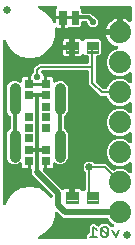
<source format=gbl>
G04 EAGLE Gerber RS-274X export*
G75*
%MOMM*%
%FSLAX34Y34*%
%LPD*%
%INBottom Copper*%
%IPPOS*%
%AMOC8*
5,1,8,0,0,1.08239X$1,22.5*%
G01*
%ADD10C,0.203200*%
%ADD11C,0.635000*%
%ADD12C,0.100000*%
%ADD13C,0.099059*%
%ADD14C,1.879600*%
%ADD15C,0.654000*%
%ADD16R,0.754000X0.754000*%
%ADD17C,0.900000*%
%ADD18C,0.558800*%
%ADD19C,0.304800*%
%ADD20C,0.330200*%
%ADD21C,0.508000*%

G36*
X4081Y31615D02*
X4081Y31615D01*
X4178Y31611D01*
X4239Y31624D01*
X4301Y31628D01*
X4393Y31658D01*
X4489Y31679D01*
X4544Y31707D01*
X4603Y31726D01*
X4686Y31778D01*
X4773Y31822D01*
X4819Y31863D01*
X4872Y31896D01*
X4939Y31967D01*
X5012Y32031D01*
X5047Y32083D01*
X5090Y32128D01*
X5137Y32213D01*
X5192Y32294D01*
X5234Y32389D01*
X5244Y32407D01*
X5246Y32417D01*
X5257Y32441D01*
X6637Y36233D01*
X11473Y41997D01*
X17990Y45759D01*
X25400Y47066D01*
X32810Y45759D01*
X39327Y41997D01*
X42423Y38307D01*
X42449Y38283D01*
X42469Y38254D01*
X42565Y38175D01*
X42656Y38091D01*
X42687Y38074D01*
X42714Y38052D01*
X42827Y37999D01*
X42936Y37940D01*
X42970Y37931D01*
X43002Y37916D01*
X43124Y37893D01*
X43244Y37863D01*
X43280Y37863D01*
X43315Y37856D01*
X43438Y37864D01*
X43562Y37865D01*
X43597Y37874D01*
X43632Y37876D01*
X43750Y37914D01*
X43870Y37946D01*
X43901Y37963D01*
X43934Y37974D01*
X44039Y38040D01*
X44148Y38101D01*
X44173Y38125D01*
X44203Y38144D01*
X44288Y38235D01*
X44378Y38320D01*
X44397Y38350D01*
X44421Y38376D01*
X44481Y38484D01*
X44547Y38590D01*
X44558Y38623D01*
X44575Y38654D01*
X44606Y38774D01*
X44643Y38893D01*
X44645Y38928D01*
X44654Y38962D01*
X44664Y39123D01*
X44664Y39763D01*
X44652Y39861D01*
X44649Y39960D01*
X44632Y40018D01*
X44624Y40079D01*
X44588Y40171D01*
X44560Y40266D01*
X44530Y40318D01*
X44507Y40374D01*
X44449Y40454D01*
X44399Y40540D01*
X44333Y40615D01*
X44321Y40632D01*
X44311Y40639D01*
X44293Y40660D01*
X27431Y57522D01*
X27431Y61520D01*
X27416Y61638D01*
X27409Y61757D01*
X27396Y61795D01*
X27391Y61836D01*
X27348Y61946D01*
X27311Y62059D01*
X27289Y62094D01*
X27274Y62131D01*
X27205Y62227D01*
X27141Y62328D01*
X27111Y62356D01*
X27088Y62389D01*
X26996Y62465D01*
X26909Y62546D01*
X26874Y62566D01*
X26843Y62591D01*
X26735Y62642D01*
X26631Y62700D01*
X26591Y62710D01*
X26555Y62727D01*
X26438Y62749D01*
X26323Y62779D01*
X26263Y62783D01*
X26243Y62787D01*
X26222Y62785D01*
X26162Y62789D01*
X26019Y62789D01*
X26019Y69100D01*
X26004Y69218D01*
X25997Y69337D01*
X25985Y69375D01*
X25980Y69415D01*
X25936Y69526D01*
X25899Y69639D01*
X25877Y69673D01*
X25863Y69711D01*
X25793Y69807D01*
X25729Y69908D01*
X25699Y69936D01*
X25676Y69968D01*
X25584Y70044D01*
X25497Y70126D01*
X25462Y70145D01*
X25431Y70171D01*
X25323Y70222D01*
X25219Y70279D01*
X25180Y70289D01*
X25143Y70307D01*
X25026Y70329D01*
X24911Y70359D01*
X24851Y70363D01*
X24831Y70366D01*
X24830Y70366D01*
X24810Y70365D01*
X24750Y70369D01*
X24632Y70354D01*
X24513Y70347D01*
X24474Y70334D01*
X24434Y70329D01*
X24324Y70285D01*
X24210Y70249D01*
X24176Y70227D01*
X24139Y70212D01*
X24042Y70142D01*
X23942Y70078D01*
X23914Y70049D01*
X23881Y70025D01*
X23805Y69933D01*
X23724Y69847D01*
X23704Y69811D01*
X23678Y69780D01*
X23628Y69673D01*
X23570Y69568D01*
X23560Y69529D01*
X23543Y69493D01*
X23521Y69376D01*
X23491Y69260D01*
X23487Y69200D01*
X23483Y69180D01*
X23484Y69160D01*
X23481Y69100D01*
X23481Y62789D01*
X20646Y62789D01*
X19999Y62962D01*
X19420Y63297D01*
X18947Y63770D01*
X18612Y64349D01*
X18439Y64996D01*
X18439Y66646D01*
X18422Y66783D01*
X18409Y66922D01*
X18402Y66941D01*
X18399Y66961D01*
X18348Y67091D01*
X18301Y67221D01*
X18290Y67238D01*
X18282Y67257D01*
X18201Y67369D01*
X18123Y67484D01*
X18107Y67498D01*
X18096Y67514D01*
X17989Y67603D01*
X17884Y67695D01*
X17866Y67704D01*
X17851Y67717D01*
X17725Y67776D01*
X17601Y67839D01*
X17581Y67844D01*
X17563Y67852D01*
X17427Y67879D01*
X17291Y67909D01*
X17270Y67908D01*
X17251Y67912D01*
X17112Y67904D01*
X16973Y67899D01*
X16953Y67894D01*
X16933Y67893D01*
X16801Y67850D01*
X16667Y67811D01*
X16650Y67801D01*
X16631Y67794D01*
X16513Y67720D01*
X16393Y67649D01*
X16372Y67631D01*
X16362Y67624D01*
X16348Y67609D01*
X16272Y67543D01*
X16007Y67277D01*
X13699Y66321D01*
X11201Y66321D01*
X8893Y67277D01*
X7127Y69043D01*
X6171Y71351D01*
X6171Y91849D01*
X7127Y94157D01*
X8776Y95805D01*
X8836Y95883D01*
X8904Y95955D01*
X8933Y96008D01*
X8970Y96056D01*
X9010Y96147D01*
X9058Y96234D01*
X9073Y96292D01*
X9097Y96348D01*
X9112Y96446D01*
X9137Y96542D01*
X9142Y96627D01*
X9145Y96639D01*
X9144Y96647D01*
X9147Y96662D01*
X9145Y96674D01*
X9147Y96702D01*
X9147Y106498D01*
X9135Y106596D01*
X9132Y106695D01*
X9115Y106753D01*
X9107Y106813D01*
X9071Y106905D01*
X9043Y107000D01*
X9013Y107052D01*
X8990Y107109D01*
X8932Y107189D01*
X8882Y107274D01*
X8816Y107350D01*
X8804Y107366D01*
X8794Y107374D01*
X8776Y107395D01*
X7127Y109043D01*
X6171Y111351D01*
X6171Y131849D01*
X7127Y134157D01*
X8893Y135923D01*
X11201Y136879D01*
X13699Y136879D01*
X16007Y135923D01*
X16273Y135657D01*
X16382Y135572D01*
X16489Y135483D01*
X16508Y135474D01*
X16524Y135462D01*
X16652Y135407D01*
X16777Y135348D01*
X16797Y135344D01*
X16816Y135336D01*
X16954Y135314D01*
X17090Y135288D01*
X17110Y135289D01*
X17130Y135286D01*
X17269Y135299D01*
X17407Y135308D01*
X17426Y135314D01*
X17446Y135316D01*
X17578Y135363D01*
X17709Y135406D01*
X17727Y135416D01*
X17746Y135423D01*
X17861Y135501D01*
X17978Y135576D01*
X17992Y135590D01*
X18009Y135602D01*
X18101Y135706D01*
X18196Y135807D01*
X18206Y135825D01*
X18219Y135840D01*
X18283Y135964D01*
X18350Y136086D01*
X18355Y136105D01*
X18364Y136123D01*
X18394Y136259D01*
X18429Y136394D01*
X18431Y136422D01*
X18434Y136434D01*
X18433Y136454D01*
X18439Y136554D01*
X18439Y138204D01*
X18612Y138851D01*
X18947Y139430D01*
X19420Y139903D01*
X19999Y140238D01*
X20646Y140411D01*
X23481Y140411D01*
X23481Y134100D01*
X23496Y133982D01*
X23503Y133863D01*
X23515Y133825D01*
X23520Y133785D01*
X23564Y133674D01*
X23601Y133561D01*
X23623Y133527D01*
X23637Y133489D01*
X23707Y133393D01*
X23771Y133292D01*
X23772Y133292D01*
X23801Y133264D01*
X23824Y133232D01*
X23825Y133231D01*
X23917Y133155D01*
X24003Y133074D01*
X24039Y133054D01*
X24070Y133028D01*
X24177Y132978D01*
X24282Y132920D01*
X24321Y132910D01*
X24357Y132893D01*
X24474Y132871D01*
X24590Y132841D01*
X24650Y132837D01*
X24670Y132833D01*
X24690Y132834D01*
X24750Y132831D01*
X38750Y132831D01*
X38868Y132846D01*
X38987Y132853D01*
X39025Y132865D01*
X39065Y132870D01*
X39176Y132914D01*
X39289Y132951D01*
X39323Y132973D01*
X39361Y132987D01*
X39457Y133057D01*
X39558Y133121D01*
X39558Y133122D01*
X39586Y133151D01*
X39618Y133174D01*
X39619Y133175D01*
X39695Y133267D01*
X39776Y133353D01*
X39796Y133389D01*
X39822Y133420D01*
X39872Y133527D01*
X39930Y133632D01*
X39940Y133671D01*
X39957Y133707D01*
X39979Y133824D01*
X40009Y133940D01*
X40013Y134000D01*
X40017Y134020D01*
X40016Y134040D01*
X40019Y134100D01*
X40019Y140411D01*
X42854Y140411D01*
X43501Y140238D01*
X44080Y139903D01*
X44553Y139430D01*
X44888Y138851D01*
X45061Y138204D01*
X45061Y136554D01*
X45078Y136417D01*
X45091Y136278D01*
X45098Y136259D01*
X45101Y136239D01*
X45152Y136109D01*
X45199Y135979D01*
X45210Y135962D01*
X45218Y135943D01*
X45299Y135831D01*
X45377Y135716D01*
X45393Y135702D01*
X45404Y135686D01*
X45511Y135597D01*
X45616Y135505D01*
X45634Y135496D01*
X45649Y135483D01*
X45775Y135424D01*
X45899Y135361D01*
X45919Y135356D01*
X45937Y135348D01*
X46073Y135321D01*
X46209Y135291D01*
X46230Y135292D01*
X46249Y135288D01*
X46388Y135296D01*
X46527Y135301D01*
X46547Y135306D01*
X46567Y135307D01*
X46699Y135350D01*
X46833Y135389D01*
X46850Y135399D01*
X46869Y135406D01*
X46987Y135480D01*
X47107Y135551D01*
X47128Y135569D01*
X47138Y135576D01*
X47152Y135591D01*
X47228Y135657D01*
X47493Y135923D01*
X49801Y136879D01*
X52299Y136879D01*
X54607Y135923D01*
X56373Y134157D01*
X57329Y131849D01*
X57329Y111351D01*
X56373Y109043D01*
X54724Y107395D01*
X54664Y107317D01*
X54596Y107245D01*
X54567Y107192D01*
X54530Y107144D01*
X54490Y107053D01*
X54442Y106966D01*
X54427Y106908D01*
X54403Y106852D01*
X54388Y106754D01*
X54363Y106658D01*
X54357Y106558D01*
X54353Y106538D01*
X54355Y106526D01*
X54353Y106498D01*
X54353Y96702D01*
X54365Y96604D01*
X54368Y96505D01*
X54385Y96447D01*
X54393Y96387D01*
X54429Y96295D01*
X54457Y96200D01*
X54487Y96148D01*
X54510Y96091D01*
X54568Y96011D01*
X54618Y95926D01*
X54684Y95850D01*
X54696Y95834D01*
X54706Y95826D01*
X54724Y95805D01*
X56373Y94157D01*
X57329Y91849D01*
X57329Y71351D01*
X56373Y69043D01*
X54607Y67277D01*
X52299Y66321D01*
X49801Y66321D01*
X47493Y67277D01*
X47228Y67543D01*
X47118Y67628D01*
X47011Y67717D01*
X46992Y67726D01*
X46976Y67738D01*
X46849Y67793D01*
X46723Y67852D01*
X46703Y67856D01*
X46684Y67864D01*
X46547Y67886D01*
X46410Y67912D01*
X46390Y67911D01*
X46370Y67914D01*
X46231Y67901D01*
X46093Y67893D01*
X46074Y67886D01*
X46054Y67884D01*
X45922Y67837D01*
X45791Y67794D01*
X45774Y67784D01*
X45754Y67777D01*
X45639Y67699D01*
X45522Y67624D01*
X45508Y67610D01*
X45491Y67598D01*
X45399Y67494D01*
X45304Y67393D01*
X45294Y67375D01*
X45281Y67360D01*
X45217Y67236D01*
X45150Y67114D01*
X45145Y67095D01*
X45136Y67077D01*
X45106Y66941D01*
X45071Y66806D01*
X45069Y66778D01*
X45066Y66766D01*
X45067Y66746D01*
X45061Y66646D01*
X45061Y64996D01*
X44888Y64349D01*
X44553Y63770D01*
X44080Y63297D01*
X43501Y62962D01*
X42854Y62789D01*
X40019Y62789D01*
X40019Y69100D01*
X40004Y69218D01*
X39997Y69337D01*
X39985Y69375D01*
X39980Y69415D01*
X39936Y69526D01*
X39899Y69639D01*
X39877Y69673D01*
X39863Y69711D01*
X39793Y69807D01*
X39729Y69908D01*
X39699Y69936D01*
X39676Y69968D01*
X39584Y70044D01*
X39497Y70126D01*
X39462Y70145D01*
X39431Y70171D01*
X39323Y70222D01*
X39219Y70279D01*
X39180Y70289D01*
X39143Y70307D01*
X39026Y70329D01*
X38911Y70359D01*
X38851Y70363D01*
X38831Y70366D01*
X38830Y70366D01*
X38810Y70365D01*
X38750Y70369D01*
X38632Y70354D01*
X38513Y70347D01*
X38474Y70334D01*
X38434Y70329D01*
X38324Y70285D01*
X38210Y70249D01*
X38176Y70227D01*
X38139Y70212D01*
X38042Y70142D01*
X37942Y70078D01*
X37914Y70049D01*
X37881Y70025D01*
X37805Y69933D01*
X37724Y69847D01*
X37704Y69811D01*
X37678Y69780D01*
X37628Y69673D01*
X37570Y69568D01*
X37560Y69529D01*
X37543Y69493D01*
X37521Y69376D01*
X37491Y69260D01*
X37487Y69200D01*
X37483Y69180D01*
X37484Y69160D01*
X37481Y69100D01*
X37481Y62789D01*
X37443Y62789D01*
X37306Y62772D01*
X37167Y62759D01*
X37148Y62752D01*
X37128Y62749D01*
X36999Y62698D01*
X36868Y62651D01*
X36851Y62640D01*
X36832Y62632D01*
X36720Y62551D01*
X36604Y62473D01*
X36591Y62457D01*
X36575Y62446D01*
X36486Y62338D01*
X36394Y62234D01*
X36385Y62216D01*
X36372Y62201D01*
X36313Y62075D01*
X36249Y61951D01*
X36245Y61931D01*
X36236Y61913D01*
X36210Y61777D01*
X36180Y61641D01*
X36180Y61620D01*
X36177Y61601D01*
X36185Y61462D01*
X36189Y61323D01*
X36195Y61303D01*
X36196Y61283D01*
X36239Y61151D01*
X36278Y61017D01*
X36288Y61000D01*
X36294Y60981D01*
X36369Y60863D01*
X36439Y60743D01*
X36458Y60722D01*
X36464Y60712D01*
X36479Y60698D01*
X36546Y60623D01*
X50400Y46768D01*
X52411Y44757D01*
X52506Y44684D01*
X52595Y44605D01*
X52631Y44587D01*
X52663Y44562D01*
X52772Y44514D01*
X52878Y44460D01*
X52917Y44452D01*
X52955Y44435D01*
X53072Y44417D01*
X53188Y44391D01*
X53229Y44392D01*
X53269Y44386D01*
X53387Y44397D01*
X53506Y44400D01*
X53545Y44412D01*
X53585Y44415D01*
X53698Y44456D01*
X53812Y44489D01*
X53846Y44509D01*
X53885Y44523D01*
X53983Y44590D01*
X54086Y44650D01*
X54131Y44690D01*
X54148Y44702D01*
X54161Y44717D01*
X54206Y44757D01*
X54483Y45033D01*
X55176Y45434D01*
X55950Y45641D01*
X58851Y45641D01*
X58851Y39330D01*
X58866Y39212D01*
X58873Y39093D01*
X58885Y39055D01*
X58891Y39015D01*
X58934Y38904D01*
X58971Y38791D01*
X58993Y38757D01*
X59008Y38719D01*
X59077Y38623D01*
X59141Y38522D01*
X59171Y38494D01*
X59194Y38462D01*
X59286Y38386D01*
X59373Y38304D01*
X59408Y38285D01*
X59439Y38259D01*
X59547Y38208D01*
X59651Y38151D01*
X59691Y38141D01*
X59727Y38123D01*
X59844Y38101D01*
X59959Y38071D01*
X60019Y38067D01*
X60039Y38064D01*
X60060Y38065D01*
X60120Y38061D01*
X62580Y38061D01*
X62698Y38076D01*
X62817Y38083D01*
X62855Y38096D01*
X62896Y38101D01*
X63006Y38145D01*
X63119Y38181D01*
X63154Y38203D01*
X63191Y38218D01*
X63287Y38288D01*
X63388Y38351D01*
X63416Y38381D01*
X63449Y38405D01*
X63525Y38496D01*
X63606Y38583D01*
X63626Y38618D01*
X63651Y38650D01*
X63702Y38757D01*
X63760Y38862D01*
X63770Y38901D01*
X63787Y38937D01*
X63809Y39054D01*
X63839Y39170D01*
X63843Y39230D01*
X63847Y39250D01*
X63845Y39270D01*
X63849Y39330D01*
X63849Y45641D01*
X66750Y45641D01*
X67524Y45434D01*
X68217Y45033D01*
X68783Y44467D01*
X69132Y43864D01*
X69208Y43764D01*
X69278Y43660D01*
X69303Y43637D01*
X69324Y43610D01*
X69422Y43532D01*
X69517Y43449D01*
X69547Y43434D01*
X69573Y43413D01*
X69688Y43362D01*
X69800Y43304D01*
X69833Y43297D01*
X69863Y43283D01*
X69988Y43262D01*
X70110Y43235D01*
X70144Y43236D01*
X70177Y43230D01*
X70302Y43241D01*
X70428Y43244D01*
X70460Y43254D01*
X70494Y43257D01*
X70613Y43298D01*
X70733Y43333D01*
X70763Y43350D01*
X70794Y43361D01*
X70899Y43431D01*
X71007Y43494D01*
X71044Y43527D01*
X71059Y43537D01*
X71074Y43553D01*
X71128Y43601D01*
X72644Y45116D01*
X72704Y45194D01*
X72772Y45267D01*
X72801Y45320D01*
X72838Y45367D01*
X72878Y45458D01*
X72926Y45545D01*
X72941Y45604D01*
X72965Y45659D01*
X72980Y45757D01*
X73005Y45853D01*
X73011Y45953D01*
X73015Y45973D01*
X73013Y45986D01*
X73015Y46014D01*
X73015Y58763D01*
X73003Y58862D01*
X73000Y58961D01*
X72983Y59019D01*
X72975Y59079D01*
X72939Y59171D01*
X72911Y59266D01*
X72881Y59318D01*
X72858Y59375D01*
X72800Y59455D01*
X72750Y59540D01*
X72684Y59615D01*
X72672Y59632D01*
X72662Y59640D01*
X72644Y59661D01*
X71610Y60694D01*
X70856Y62515D01*
X70856Y64485D01*
X71610Y66306D01*
X73004Y67700D01*
X74825Y68454D01*
X76795Y68454D01*
X78616Y67700D01*
X79649Y66667D01*
X79727Y66606D01*
X79800Y66538D01*
X79853Y66509D01*
X79900Y66472D01*
X79991Y66432D01*
X80078Y66384D01*
X80137Y66369D01*
X80192Y66345D01*
X80290Y66330D01*
X80386Y66305D01*
X80486Y66299D01*
X80506Y66295D01*
X80519Y66297D01*
X80547Y66295D01*
X90058Y66295D01*
X92066Y64286D01*
X95241Y61112D01*
X95264Y61093D01*
X95283Y61071D01*
X95389Y60996D01*
X95492Y60917D01*
X95519Y60905D01*
X95543Y60888D01*
X95665Y60842D01*
X95784Y60790D01*
X95813Y60786D01*
X95841Y60775D01*
X95970Y60761D01*
X96098Y60740D01*
X96127Y60743D01*
X96157Y60740D01*
X96285Y60758D01*
X96415Y60770D01*
X96442Y60780D01*
X96472Y60784D01*
X96624Y60836D01*
X99377Y61977D01*
X103823Y61977D01*
X107931Y60275D01*
X109339Y58868D01*
X109448Y58782D01*
X109555Y58694D01*
X109574Y58685D01*
X109590Y58673D01*
X109718Y58617D01*
X109843Y58558D01*
X109863Y58555D01*
X109882Y58546D01*
X110020Y58525D01*
X110156Y58499D01*
X110176Y58500D01*
X110196Y58497D01*
X110335Y58510D01*
X110473Y58518D01*
X110492Y58525D01*
X110512Y58526D01*
X110644Y58574D01*
X110775Y58616D01*
X110793Y58627D01*
X110812Y58634D01*
X110927Y58712D01*
X111044Y58786D01*
X111058Y58801D01*
X111075Y58813D01*
X111167Y58917D01*
X111262Y59018D01*
X111272Y59036D01*
X111285Y59051D01*
X111349Y59175D01*
X111416Y59297D01*
X111421Y59316D01*
X111430Y59334D01*
X111460Y59470D01*
X111495Y59605D01*
X111497Y59633D01*
X111500Y59645D01*
X111499Y59665D01*
X111505Y59765D01*
X111505Y67235D01*
X111488Y67373D01*
X111475Y67511D01*
X111468Y67530D01*
X111465Y67550D01*
X111414Y67680D01*
X111367Y67810D01*
X111356Y67827D01*
X111348Y67846D01*
X111267Y67958D01*
X111189Y68074D01*
X111173Y68087D01*
X111162Y68103D01*
X111054Y68192D01*
X110950Y68284D01*
X110932Y68293D01*
X110917Y68306D01*
X110791Y68365D01*
X110667Y68429D01*
X110647Y68433D01*
X110629Y68442D01*
X110492Y68468D01*
X110357Y68498D01*
X110336Y68498D01*
X110317Y68501D01*
X110178Y68493D01*
X110039Y68489D01*
X110019Y68483D01*
X109999Y68482D01*
X109867Y68439D01*
X109733Y68400D01*
X109716Y68390D01*
X109697Y68384D01*
X109579Y68309D01*
X109459Y68239D01*
X109438Y68220D01*
X109428Y68214D01*
X109414Y68199D01*
X109339Y68132D01*
X107931Y66725D01*
X103823Y65023D01*
X99377Y65023D01*
X95269Y66725D01*
X92125Y69869D01*
X90423Y73977D01*
X90423Y78423D01*
X92125Y82531D01*
X95269Y85675D01*
X99377Y87377D01*
X103823Y87377D01*
X107931Y85675D01*
X109339Y84268D01*
X109448Y84182D01*
X109555Y84094D01*
X109574Y84085D01*
X109590Y84073D01*
X109718Y84017D01*
X109843Y83958D01*
X109863Y83955D01*
X109882Y83946D01*
X110020Y83925D01*
X110156Y83899D01*
X110176Y83900D01*
X110196Y83897D01*
X110335Y83910D01*
X110473Y83918D01*
X110492Y83925D01*
X110512Y83926D01*
X110644Y83974D01*
X110775Y84016D01*
X110793Y84027D01*
X110812Y84034D01*
X110927Y84112D01*
X111044Y84186D01*
X111058Y84201D01*
X111075Y84213D01*
X111167Y84317D01*
X111262Y84418D01*
X111272Y84436D01*
X111285Y84451D01*
X111349Y84575D01*
X111416Y84697D01*
X111421Y84716D01*
X111430Y84734D01*
X111460Y84870D01*
X111495Y85005D01*
X111497Y85033D01*
X111500Y85045D01*
X111499Y85065D01*
X111505Y85165D01*
X111505Y92635D01*
X111488Y92773D01*
X111475Y92911D01*
X111468Y92930D01*
X111465Y92950D01*
X111414Y93080D01*
X111367Y93210D01*
X111356Y93227D01*
X111348Y93246D01*
X111267Y93358D01*
X111189Y93474D01*
X111173Y93487D01*
X111162Y93503D01*
X111054Y93592D01*
X110950Y93684D01*
X110932Y93693D01*
X110917Y93706D01*
X110791Y93765D01*
X110667Y93829D01*
X110647Y93833D01*
X110629Y93842D01*
X110492Y93868D01*
X110357Y93898D01*
X110336Y93898D01*
X110317Y93901D01*
X110178Y93893D01*
X110039Y93889D01*
X110019Y93883D01*
X109999Y93882D01*
X109867Y93839D01*
X109733Y93800D01*
X109716Y93790D01*
X109697Y93784D01*
X109579Y93709D01*
X109459Y93639D01*
X109438Y93620D01*
X109428Y93614D01*
X109414Y93599D01*
X109339Y93532D01*
X107931Y92125D01*
X103823Y90423D01*
X99377Y90423D01*
X95269Y92125D01*
X92125Y95269D01*
X90423Y99377D01*
X90423Y103823D01*
X92125Y107931D01*
X95269Y111075D01*
X99377Y112777D01*
X103823Y112777D01*
X107931Y111075D01*
X109339Y109668D01*
X109448Y109582D01*
X109555Y109494D01*
X109574Y109485D01*
X109590Y109473D01*
X109718Y109417D01*
X109843Y109358D01*
X109863Y109355D01*
X109882Y109346D01*
X110020Y109325D01*
X110156Y109299D01*
X110176Y109300D01*
X110196Y109297D01*
X110335Y109310D01*
X110473Y109318D01*
X110492Y109325D01*
X110512Y109326D01*
X110644Y109374D01*
X110775Y109416D01*
X110793Y109427D01*
X110812Y109434D01*
X110927Y109512D01*
X111044Y109586D01*
X111058Y109601D01*
X111075Y109613D01*
X111167Y109717D01*
X111262Y109818D01*
X111272Y109836D01*
X111285Y109851D01*
X111349Y109975D01*
X111416Y110097D01*
X111421Y110116D01*
X111430Y110134D01*
X111460Y110270D01*
X111495Y110405D01*
X111497Y110433D01*
X111500Y110445D01*
X111499Y110465D01*
X111505Y110565D01*
X111505Y118035D01*
X111488Y118173D01*
X111475Y118311D01*
X111468Y118330D01*
X111465Y118350D01*
X111414Y118480D01*
X111367Y118610D01*
X111356Y118627D01*
X111348Y118646D01*
X111267Y118758D01*
X111189Y118874D01*
X111173Y118887D01*
X111162Y118903D01*
X111054Y118992D01*
X110950Y119084D01*
X110932Y119093D01*
X110917Y119106D01*
X110791Y119165D01*
X110667Y119229D01*
X110647Y119233D01*
X110629Y119242D01*
X110492Y119268D01*
X110357Y119298D01*
X110336Y119298D01*
X110317Y119301D01*
X110178Y119293D01*
X110039Y119289D01*
X110019Y119283D01*
X109999Y119282D01*
X109867Y119239D01*
X109733Y119200D01*
X109716Y119190D01*
X109697Y119184D01*
X109579Y119109D01*
X109459Y119039D01*
X109438Y119020D01*
X109428Y119014D01*
X109414Y118999D01*
X109339Y118932D01*
X107931Y117525D01*
X103823Y115823D01*
X99377Y115823D01*
X95269Y117525D01*
X92125Y120669D01*
X90985Y123422D01*
X90970Y123447D01*
X90961Y123475D01*
X90891Y123585D01*
X90827Y123698D01*
X90806Y123719D01*
X90791Y123744D01*
X90696Y123833D01*
X90606Y123926D01*
X90581Y123942D01*
X90559Y123962D01*
X90445Y124025D01*
X90335Y124093D01*
X90306Y124101D01*
X90281Y124116D01*
X90155Y124148D01*
X90031Y124186D01*
X90001Y124188D01*
X89973Y124195D01*
X89812Y124205D01*
X85202Y124205D01*
X75555Y133852D01*
X75555Y144526D01*
X75540Y144644D01*
X75533Y144763D01*
X75520Y144801D01*
X75515Y144842D01*
X75472Y144952D01*
X75435Y145065D01*
X75413Y145100D01*
X75398Y145137D01*
X75329Y145233D01*
X75265Y145334D01*
X75235Y145362D01*
X75212Y145395D01*
X75120Y145471D01*
X75033Y145552D01*
X74998Y145572D01*
X74967Y145597D01*
X74859Y145648D01*
X74755Y145706D01*
X74715Y145716D01*
X74679Y145733D01*
X74562Y145755D01*
X74447Y145785D01*
X74387Y145789D01*
X74367Y145793D01*
X74346Y145791D01*
X74286Y145795D01*
X35973Y145795D01*
X35875Y145783D01*
X35776Y145780D01*
X35718Y145763D01*
X35658Y145755D01*
X35566Y145719D01*
X35471Y145691D01*
X35418Y145661D01*
X35362Y145638D01*
X35282Y145580D01*
X35197Y145530D01*
X35131Y145472D01*
X35122Y145466D01*
X35117Y145460D01*
X35105Y145452D01*
X35097Y145442D01*
X35076Y145424D01*
X35063Y145411D01*
X34990Y145317D01*
X34911Y145227D01*
X34893Y145191D01*
X34868Y145159D01*
X34821Y145050D01*
X34767Y144944D01*
X34758Y144905D01*
X34742Y144868D01*
X34723Y144750D01*
X34697Y144634D01*
X34698Y144594D01*
X34692Y144554D01*
X34703Y144435D01*
X34707Y144316D01*
X34718Y144277D01*
X34722Y144237D01*
X34762Y144125D01*
X34795Y144010D01*
X34816Y143976D01*
X34829Y143938D01*
X34896Y143839D01*
X34957Y143737D01*
X34996Y143691D01*
X35008Y143674D01*
X35023Y143661D01*
X35063Y143616D01*
X36323Y142356D01*
X36323Y141680D01*
X36338Y141562D01*
X36345Y141443D01*
X36358Y141405D01*
X36363Y141364D01*
X36406Y141254D01*
X36443Y141141D01*
X36465Y141106D01*
X36480Y141069D01*
X36550Y140972D01*
X36613Y140872D01*
X36643Y140844D01*
X36666Y140811D01*
X36758Y140735D01*
X36845Y140654D01*
X36880Y140634D01*
X36911Y140609D01*
X37019Y140558D01*
X37123Y140500D01*
X37163Y140490D01*
X37199Y140473D01*
X37316Y140451D01*
X37431Y140421D01*
X37481Y140418D01*
X37481Y135369D01*
X26019Y135369D01*
X26019Y140425D01*
X26026Y140426D01*
X26145Y140433D01*
X26183Y140445D01*
X26224Y140451D01*
X26334Y140494D01*
X26447Y140531D01*
X26482Y140553D01*
X26519Y140568D01*
X26615Y140637D01*
X26716Y140701D01*
X26744Y140731D01*
X26777Y140754D01*
X26853Y140846D01*
X26934Y140933D01*
X26954Y140968D01*
X26979Y140999D01*
X27030Y141107D01*
X27088Y141211D01*
X27098Y141251D01*
X27115Y141287D01*
X27137Y141404D01*
X27167Y141519D01*
X27171Y141579D01*
X27175Y141599D01*
X27173Y141620D01*
X27177Y141680D01*
X27177Y142356D01*
X28584Y143762D01*
X28644Y143841D01*
X28712Y143913D01*
X28741Y143966D01*
X28778Y144014D01*
X28818Y144105D01*
X28866Y144191D01*
X28881Y144250D01*
X28905Y144305D01*
X28920Y144403D01*
X28945Y144499D01*
X28951Y144599D01*
X28955Y144620D01*
X28953Y144632D01*
X28955Y144660D01*
X28955Y147208D01*
X30964Y149216D01*
X31123Y149376D01*
X31124Y149376D01*
X33132Y151385D01*
X74286Y151385D01*
X74404Y151400D01*
X74523Y151407D01*
X74561Y151420D01*
X74602Y151425D01*
X74712Y151468D01*
X74825Y151505D01*
X74860Y151527D01*
X74897Y151542D01*
X74993Y151611D01*
X75094Y151675D01*
X75122Y151705D01*
X75155Y151728D01*
X75231Y151820D01*
X75312Y151907D01*
X75332Y151942D01*
X75357Y151973D01*
X75408Y152081D01*
X75466Y152185D01*
X75476Y152225D01*
X75493Y152261D01*
X75515Y152378D01*
X75545Y152493D01*
X75549Y152553D01*
X75553Y152573D01*
X75551Y152594D01*
X75555Y152654D01*
X75555Y157052D01*
X75540Y157170D01*
X75533Y157289D01*
X75520Y157327D01*
X75515Y157368D01*
X75472Y157478D01*
X75435Y157591D01*
X75413Y157626D01*
X75398Y157663D01*
X75329Y157759D01*
X75265Y157860D01*
X75235Y157888D01*
X75212Y157921D01*
X75120Y157997D01*
X75033Y158078D01*
X74998Y158098D01*
X74967Y158123D01*
X74859Y158174D01*
X74755Y158232D01*
X74715Y158242D01*
X74679Y158259D01*
X74562Y158281D01*
X74447Y158311D01*
X74387Y158315D01*
X74367Y158319D01*
X74346Y158317D01*
X74286Y158321D01*
X72406Y158321D01*
X71128Y159599D01*
X71029Y159676D01*
X70934Y159758D01*
X70904Y159773D01*
X70877Y159794D01*
X70761Y159844D01*
X70649Y159900D01*
X70616Y159907D01*
X70585Y159920D01*
X70461Y159940D01*
X70338Y159966D01*
X70304Y159965D01*
X70271Y159970D01*
X70146Y159959D01*
X70020Y159953D01*
X69988Y159944D01*
X69954Y159940D01*
X69836Y159898D01*
X69716Y159862D01*
X69687Y159844D01*
X69655Y159833D01*
X69551Y159762D01*
X69443Y159697D01*
X69420Y159673D01*
X69392Y159654D01*
X69309Y159560D01*
X69221Y159470D01*
X69194Y159430D01*
X69181Y159416D01*
X69172Y159396D01*
X69132Y159336D01*
X68783Y158733D01*
X68217Y158167D01*
X67524Y157766D01*
X66750Y157559D01*
X63849Y157559D01*
X63849Y163870D01*
X63834Y163988D01*
X63827Y164107D01*
X63815Y164145D01*
X63809Y164185D01*
X63766Y164296D01*
X63729Y164409D01*
X63707Y164443D01*
X63692Y164481D01*
X63623Y164577D01*
X63559Y164678D01*
X63529Y164706D01*
X63506Y164738D01*
X63414Y164814D01*
X63327Y164896D01*
X63292Y164915D01*
X63261Y164941D01*
X63153Y164992D01*
X63049Y165049D01*
X63009Y165059D01*
X62973Y165077D01*
X62866Y165097D01*
X62896Y165101D01*
X63006Y165145D01*
X63119Y165181D01*
X63154Y165203D01*
X63191Y165218D01*
X63287Y165288D01*
X63388Y165351D01*
X63416Y165381D01*
X63449Y165405D01*
X63525Y165496D01*
X63606Y165583D01*
X63626Y165618D01*
X63651Y165650D01*
X63702Y165757D01*
X63760Y165862D01*
X63770Y165901D01*
X63787Y165937D01*
X63809Y166054D01*
X63839Y166170D01*
X63843Y166230D01*
X63847Y166250D01*
X63845Y166270D01*
X63849Y166330D01*
X63849Y172641D01*
X66750Y172641D01*
X67524Y172434D01*
X68217Y172033D01*
X68783Y171467D01*
X69132Y170864D01*
X69208Y170763D01*
X69278Y170660D01*
X69303Y170637D01*
X69324Y170610D01*
X69422Y170532D01*
X69517Y170449D01*
X69547Y170434D01*
X69573Y170413D01*
X69688Y170362D01*
X69800Y170304D01*
X69833Y170297D01*
X69863Y170283D01*
X69988Y170262D01*
X70110Y170235D01*
X70144Y170236D01*
X70177Y170230D01*
X70302Y170241D01*
X70428Y170244D01*
X70460Y170254D01*
X70494Y170257D01*
X70613Y170298D01*
X70733Y170333D01*
X70763Y170350D01*
X70794Y170361D01*
X70899Y170431D01*
X71007Y170494D01*
X71044Y170527D01*
X71059Y170537D01*
X71074Y170553D01*
X71128Y170601D01*
X72406Y171879D01*
X84294Y171879D01*
X85629Y170544D01*
X85629Y159656D01*
X84294Y158321D01*
X82414Y158321D01*
X82296Y158306D01*
X82177Y158299D01*
X82139Y158286D01*
X82098Y158281D01*
X81988Y158238D01*
X81875Y158201D01*
X81840Y158179D01*
X81803Y158164D01*
X81707Y158095D01*
X81606Y158031D01*
X81578Y158001D01*
X81545Y157978D01*
X81469Y157886D01*
X81388Y157799D01*
X81368Y157764D01*
X81343Y157733D01*
X81292Y157625D01*
X81234Y157521D01*
X81224Y157481D01*
X81207Y157445D01*
X81185Y157328D01*
X81155Y157213D01*
X81151Y157153D01*
X81147Y157133D01*
X81149Y157112D01*
X81145Y157052D01*
X81145Y136693D01*
X81157Y136595D01*
X81160Y136496D01*
X81177Y136438D01*
X81185Y136378D01*
X81221Y136286D01*
X81249Y136191D01*
X81279Y136138D01*
X81302Y136082D01*
X81360Y136002D01*
X81410Y135917D01*
X81476Y135841D01*
X81488Y135825D01*
X81498Y135817D01*
X81516Y135796D01*
X87146Y130166D01*
X87224Y130106D01*
X87296Y130038D01*
X87349Y130009D01*
X87397Y129972D01*
X87488Y129932D01*
X87575Y129884D01*
X87633Y129869D01*
X87689Y129845D01*
X87787Y129830D01*
X87883Y129805D01*
X87983Y129799D01*
X88003Y129795D01*
X88015Y129797D01*
X88043Y129795D01*
X89812Y129795D01*
X89841Y129798D01*
X89871Y129796D01*
X89999Y129818D01*
X90127Y129835D01*
X90155Y129845D01*
X90184Y129850D01*
X90303Y129904D01*
X90423Y129952D01*
X90447Y129969D01*
X90474Y129981D01*
X90575Y130062D01*
X90680Y130138D01*
X90699Y130161D01*
X90722Y130180D01*
X90800Y130283D01*
X90883Y130383D01*
X90896Y130410D01*
X90914Y130434D01*
X90985Y130578D01*
X92125Y133331D01*
X95269Y136475D01*
X99377Y138177D01*
X103823Y138177D01*
X107931Y136475D01*
X109339Y135068D01*
X109448Y134982D01*
X109555Y134894D01*
X109574Y134885D01*
X109590Y134873D01*
X109718Y134817D01*
X109843Y134758D01*
X109863Y134755D01*
X109882Y134746D01*
X110020Y134725D01*
X110156Y134699D01*
X110176Y134700D01*
X110196Y134697D01*
X110335Y134710D01*
X110473Y134718D01*
X110492Y134725D01*
X110512Y134726D01*
X110644Y134774D01*
X110775Y134816D01*
X110793Y134827D01*
X110812Y134834D01*
X110927Y134912D01*
X111044Y134986D01*
X111058Y135001D01*
X111075Y135013D01*
X111167Y135117D01*
X111262Y135218D01*
X111272Y135236D01*
X111285Y135251D01*
X111349Y135375D01*
X111416Y135497D01*
X111421Y135516D01*
X111430Y135534D01*
X111460Y135670D01*
X111495Y135805D01*
X111497Y135833D01*
X111500Y135845D01*
X111499Y135865D01*
X111505Y135965D01*
X111505Y143435D01*
X111488Y143573D01*
X111475Y143711D01*
X111468Y143730D01*
X111465Y143750D01*
X111414Y143880D01*
X111367Y144010D01*
X111356Y144027D01*
X111348Y144046D01*
X111267Y144158D01*
X111189Y144274D01*
X111173Y144287D01*
X111162Y144303D01*
X111054Y144392D01*
X110950Y144484D01*
X110932Y144493D01*
X110917Y144506D01*
X110791Y144565D01*
X110667Y144629D01*
X110647Y144633D01*
X110629Y144642D01*
X110492Y144668D01*
X110357Y144698D01*
X110336Y144698D01*
X110317Y144701D01*
X110178Y144693D01*
X110039Y144689D01*
X110019Y144683D01*
X109999Y144682D01*
X109867Y144639D01*
X109733Y144600D01*
X109716Y144590D01*
X109697Y144584D01*
X109579Y144509D01*
X109459Y144439D01*
X109438Y144420D01*
X109428Y144414D01*
X109414Y144399D01*
X109339Y144332D01*
X107931Y142925D01*
X103823Y141223D01*
X99377Y141223D01*
X95269Y142925D01*
X92125Y146069D01*
X90423Y150177D01*
X90423Y154623D01*
X92125Y158731D01*
X95269Y161875D01*
X99564Y163654D01*
X99676Y163718D01*
X99791Y163777D01*
X99814Y163797D01*
X99840Y163812D01*
X99933Y163902D01*
X100030Y163987D01*
X100047Y164012D01*
X100068Y164033D01*
X100136Y164143D01*
X100209Y164250D01*
X100219Y164278D01*
X100235Y164304D01*
X100273Y164427D01*
X100317Y164549D01*
X100319Y164579D01*
X100328Y164608D01*
X100334Y164737D01*
X100347Y164866D01*
X100342Y164896D01*
X100343Y164926D01*
X100317Y165052D01*
X100297Y165180D01*
X100285Y165208D01*
X100279Y165237D01*
X100222Y165354D01*
X100171Y165472D01*
X100153Y165496D01*
X100139Y165523D01*
X100056Y165621D01*
X99976Y165723D01*
X99953Y165742D01*
X99933Y165765D01*
X99827Y165839D01*
X99725Y165919D01*
X99698Y165931D01*
X99673Y165948D01*
X99552Y165994D01*
X99434Y166045D01*
X99392Y166055D01*
X99376Y166061D01*
X99354Y166063D01*
X99277Y166080D01*
X98804Y166155D01*
X97017Y166736D01*
X95343Y167589D01*
X93822Y168694D01*
X92494Y170022D01*
X91389Y171543D01*
X90536Y173217D01*
X89955Y175004D01*
X89915Y175261D01*
X100330Y175261D01*
X100448Y175276D01*
X100567Y175283D01*
X100605Y175296D01*
X100645Y175301D01*
X100756Y175344D01*
X100869Y175381D01*
X100903Y175403D01*
X100941Y175418D01*
X101037Y175488D01*
X101138Y175551D01*
X101166Y175581D01*
X101198Y175604D01*
X101274Y175696D01*
X101356Y175783D01*
X101375Y175818D01*
X101401Y175849D01*
X101452Y175957D01*
X101509Y176061D01*
X101520Y176101D01*
X101537Y176137D01*
X101559Y176254D01*
X101589Y176369D01*
X101593Y176430D01*
X101597Y176450D01*
X101595Y176470D01*
X101599Y176530D01*
X101599Y177801D01*
X102870Y177801D01*
X102988Y177816D01*
X103107Y177823D01*
X103145Y177836D01*
X103185Y177841D01*
X103296Y177885D01*
X103409Y177921D01*
X103444Y177943D01*
X103481Y177958D01*
X103577Y178028D01*
X103678Y178091D01*
X103706Y178121D01*
X103739Y178145D01*
X103814Y178236D01*
X103896Y178323D01*
X103916Y178358D01*
X103941Y178390D01*
X103992Y178497D01*
X104050Y178602D01*
X104060Y178641D01*
X104077Y178677D01*
X104099Y178794D01*
X104129Y178909D01*
X104133Y178970D01*
X104137Y178990D01*
X104135Y179010D01*
X104139Y179070D01*
X104139Y189485D01*
X104396Y189445D01*
X106183Y188864D01*
X107857Y188011D01*
X109458Y186848D01*
X109474Y186839D01*
X109555Y186771D01*
X109574Y186763D01*
X109589Y186751D01*
X109717Y186695D01*
X109843Y186636D01*
X109863Y186632D01*
X109881Y186624D01*
X110019Y186602D01*
X110156Y186576D01*
X110175Y186577D01*
X110195Y186574D01*
X110334Y186587D01*
X110473Y186596D01*
X110492Y186602D01*
X110512Y186604D01*
X110643Y186651D01*
X110775Y186694D01*
X110792Y186705D01*
X110811Y186711D01*
X110926Y186789D01*
X111044Y186864D01*
X111058Y186879D01*
X111074Y186890D01*
X111166Y186994D01*
X111262Y187096D01*
X111272Y187113D01*
X111285Y187128D01*
X111348Y187252D01*
X111416Y187374D01*
X111421Y187394D01*
X111430Y187411D01*
X111460Y187547D01*
X111495Y187682D01*
X111497Y187710D01*
X111499Y187722D01*
X111499Y187742D01*
X111505Y187843D01*
X111505Y199136D01*
X111490Y199254D01*
X111483Y199373D01*
X111470Y199411D01*
X111465Y199452D01*
X111422Y199562D01*
X111385Y199675D01*
X111363Y199710D01*
X111348Y199747D01*
X111279Y199843D01*
X111215Y199944D01*
X111185Y199972D01*
X111162Y200005D01*
X111070Y200081D01*
X110983Y200162D01*
X110948Y200182D01*
X110917Y200207D01*
X110809Y200258D01*
X110705Y200316D01*
X110665Y200326D01*
X110629Y200343D01*
X110512Y200365D01*
X110397Y200395D01*
X110337Y200399D01*
X110317Y200403D01*
X110296Y200401D01*
X110236Y200405D01*
X68663Y200405D01*
X68525Y200388D01*
X68387Y200375D01*
X68368Y200368D01*
X68348Y200365D01*
X68219Y200314D01*
X68088Y200267D01*
X68071Y200256D01*
X68052Y200248D01*
X67940Y200167D01*
X67825Y200089D01*
X67811Y200073D01*
X67795Y200062D01*
X67706Y199954D01*
X67614Y199850D01*
X67605Y199832D01*
X67592Y199817D01*
X67533Y199691D01*
X67469Y199567D01*
X67465Y199547D01*
X67456Y199529D01*
X67430Y199392D01*
X67400Y199257D01*
X67400Y199236D01*
X67397Y199217D01*
X67405Y199078D01*
X67409Y198939D01*
X67415Y198919D01*
X67416Y198899D01*
X67459Y198767D01*
X67498Y198633D01*
X67508Y198616D01*
X67514Y198597D01*
X67589Y198479D01*
X67659Y198359D01*
X67678Y198338D01*
X67685Y198328D01*
X67700Y198314D01*
X67766Y198239D01*
X68708Y197297D01*
X68708Y195072D01*
X68723Y194954D01*
X68730Y194835D01*
X68743Y194797D01*
X68748Y194756D01*
X68791Y194646D01*
X68828Y194533D01*
X68850Y194498D01*
X68865Y194461D01*
X68934Y194365D01*
X68998Y194264D01*
X69028Y194236D01*
X69051Y194203D01*
X69143Y194127D01*
X69230Y194046D01*
X69265Y194026D01*
X69296Y194001D01*
X69404Y193950D01*
X69508Y193892D01*
X69548Y193882D01*
X69584Y193865D01*
X69701Y193843D01*
X69816Y193813D01*
X69876Y193809D01*
X69896Y193805D01*
X69917Y193807D01*
X69977Y193803D01*
X76552Y193803D01*
X78720Y191634D01*
X78799Y191574D01*
X78871Y191506D01*
X78924Y191477D01*
X78972Y191440D01*
X79063Y191400D01*
X79149Y191352D01*
X79208Y191337D01*
X79263Y191313D01*
X79361Y191298D01*
X79457Y191273D01*
X79557Y191267D01*
X79578Y191263D01*
X79590Y191265D01*
X79618Y191263D01*
X80634Y191263D01*
X83313Y188584D01*
X83313Y184796D01*
X80634Y182117D01*
X76846Y182117D01*
X74167Y184796D01*
X74167Y185928D01*
X74152Y186046D01*
X74145Y186165D01*
X74132Y186203D01*
X74127Y186244D01*
X74084Y186354D01*
X74047Y186467D01*
X74025Y186502D01*
X74010Y186539D01*
X73941Y186635D01*
X73877Y186736D01*
X73847Y186764D01*
X73824Y186797D01*
X73732Y186873D01*
X73645Y186954D01*
X73610Y186974D01*
X73579Y186999D01*
X73471Y187050D01*
X73367Y187108D01*
X73327Y187118D01*
X73291Y187135D01*
X73174Y187157D01*
X73059Y187187D01*
X72999Y187191D01*
X72979Y187195D01*
X72958Y187193D01*
X72898Y187197D01*
X69977Y187197D01*
X69859Y187182D01*
X69740Y187175D01*
X69702Y187162D01*
X69661Y187157D01*
X69551Y187114D01*
X69438Y187077D01*
X69403Y187055D01*
X69366Y187040D01*
X69270Y186971D01*
X69169Y186907D01*
X69141Y186877D01*
X69108Y186854D01*
X69032Y186762D01*
X68951Y186675D01*
X68931Y186640D01*
X68906Y186609D01*
X68855Y186501D01*
X68797Y186397D01*
X68787Y186357D01*
X68770Y186321D01*
X68748Y186204D01*
X68718Y186089D01*
X68714Y186029D01*
X68710Y186009D01*
X68712Y185988D01*
X68708Y185928D01*
X68708Y183703D01*
X67376Y182371D01*
X59878Y182371D01*
X59856Y182393D01*
X59762Y182466D01*
X59673Y182545D01*
X59637Y182563D01*
X59605Y182588D01*
X59496Y182636D01*
X59390Y182690D01*
X59350Y182699D01*
X59313Y182715D01*
X59195Y182733D01*
X59079Y182759D01*
X59039Y182758D01*
X58999Y182764D01*
X58880Y182753D01*
X58762Y182750D01*
X58723Y182738D01*
X58682Y182735D01*
X58570Y182694D01*
X58456Y182661D01*
X58421Y182641D01*
X58383Y182627D01*
X58285Y182560D01*
X58182Y182500D01*
X58137Y182460D01*
X58120Y182448D01*
X58107Y182433D01*
X58061Y182393D01*
X57884Y182216D01*
X57192Y181816D01*
X56419Y181609D01*
X54863Y181609D01*
X54863Y189167D01*
X65405Y189167D01*
X65424Y189179D01*
X65446Y189183D01*
X65453Y189198D01*
X65462Y189204D01*
X65461Y189214D01*
X65468Y189230D01*
X65468Y191770D01*
X65456Y191789D01*
X65452Y191811D01*
X65437Y191818D01*
X65431Y191827D01*
X65421Y191826D01*
X65405Y191833D01*
X53658Y191833D01*
X53579Y191907D01*
X53544Y191927D01*
X53512Y191952D01*
X53405Y192003D01*
X53300Y192061D01*
X53261Y192071D01*
X53225Y192088D01*
X53108Y192110D01*
X52992Y192140D01*
X52932Y192144D01*
X52912Y192148D01*
X52892Y192146D01*
X52832Y192150D01*
X47370Y192150D01*
X47370Y196754D01*
X47577Y197527D01*
X47977Y198219D01*
X47996Y198238D01*
X48082Y198348D01*
X48170Y198455D01*
X48179Y198474D01*
X48191Y198490D01*
X48247Y198618D01*
X48306Y198743D01*
X48310Y198763D01*
X48318Y198782D01*
X48340Y198919D01*
X48366Y199056D01*
X48364Y199076D01*
X48368Y199096D01*
X48355Y199234D01*
X48346Y199373D01*
X48340Y199392D01*
X48338Y199412D01*
X48291Y199544D01*
X48248Y199675D01*
X48237Y199692D01*
X48230Y199712D01*
X48152Y199827D01*
X48078Y199944D01*
X48063Y199958D01*
X48052Y199975D01*
X47948Y200067D01*
X47846Y200162D01*
X47828Y200172D01*
X47813Y200185D01*
X47690Y200248D01*
X47568Y200316D01*
X47548Y200321D01*
X47530Y200330D01*
X47394Y200360D01*
X47260Y200395D01*
X47232Y200397D01*
X47220Y200400D01*
X47199Y200399D01*
X47099Y200405D01*
X33657Y200405D01*
X33513Y200387D01*
X33367Y200372D01*
X33355Y200367D01*
X33341Y200365D01*
X33206Y200312D01*
X33069Y200261D01*
X33058Y200253D01*
X33046Y200248D01*
X32928Y200163D01*
X32808Y200080D01*
X32799Y200070D01*
X32788Y200062D01*
X32695Y199949D01*
X32600Y199839D01*
X32594Y199827D01*
X32586Y199817D01*
X32524Y199685D01*
X32459Y199554D01*
X32456Y199541D01*
X32450Y199529D01*
X32423Y199387D01*
X32392Y199243D01*
X32393Y199230D01*
X32390Y199217D01*
X32399Y199072D01*
X32405Y198926D01*
X32409Y198913D01*
X32410Y198899D01*
X32455Y198761D01*
X32497Y198621D01*
X32504Y198609D01*
X32508Y198597D01*
X32586Y198473D01*
X32661Y198349D01*
X32671Y198339D01*
X32678Y198328D01*
X32784Y198228D01*
X32888Y198126D01*
X32904Y198116D01*
X32910Y198110D01*
X32925Y198102D01*
X33022Y198037D01*
X39326Y194397D01*
X44163Y188633D01*
X44908Y186586D01*
X44953Y186499D01*
X44989Y186409D01*
X45025Y186358D01*
X45054Y186303D01*
X45118Y186230D01*
X45175Y186151D01*
X45223Y186112D01*
X45265Y186065D01*
X45345Y186011D01*
X45420Y185949D01*
X45477Y185922D01*
X45528Y185887D01*
X45620Y185855D01*
X45708Y185813D01*
X45769Y185801D01*
X45828Y185780D01*
X45925Y185772D01*
X46020Y185753D01*
X46083Y185757D01*
X46145Y185751D01*
X46241Y185767D01*
X46338Y185773D01*
X46397Y185792D01*
X46459Y185802D01*
X46548Y185841D01*
X46640Y185871D01*
X46693Y185904D01*
X46750Y185929D01*
X46827Y185989D01*
X46909Y186041D01*
X46952Y186087D01*
X47001Y186125D01*
X47060Y186202D01*
X47127Y186273D01*
X47157Y186327D01*
X47195Y186377D01*
X47234Y186466D01*
X47281Y186551D01*
X47296Y186612D01*
X47321Y186669D01*
X47336Y186765D01*
X47360Y186859D01*
X47367Y186963D01*
X47370Y186983D01*
X47369Y186994D01*
X47370Y187020D01*
X47370Y188850D01*
X51563Y188850D01*
X51563Y181609D01*
X50007Y181609D01*
X49234Y181816D01*
X48641Y182159D01*
X48518Y182210D01*
X48399Y182267D01*
X48372Y182272D01*
X48347Y182282D01*
X48216Y182302D01*
X48086Y182326D01*
X48060Y182325D01*
X48033Y182329D01*
X47901Y182315D01*
X47769Y182307D01*
X47743Y182298D01*
X47717Y182296D01*
X47592Y182249D01*
X47467Y182209D01*
X47444Y182194D01*
X47418Y182185D01*
X47310Y182109D01*
X47198Y182039D01*
X47179Y182019D01*
X47157Y182003D01*
X47071Y181903D01*
X46980Y181807D01*
X46967Y181783D01*
X46949Y181763D01*
X46890Y181644D01*
X46826Y181528D01*
X46820Y181502D01*
X46808Y181478D01*
X46780Y181348D01*
X46747Y181220D01*
X46745Y181182D01*
X46741Y181167D01*
X46742Y181145D01*
X46737Y181060D01*
X46737Y174038D01*
X44163Y166967D01*
X39327Y161203D01*
X32810Y157441D01*
X25400Y156134D01*
X17990Y157441D01*
X11474Y161203D01*
X6637Y166967D01*
X5257Y170759D01*
X5212Y170846D01*
X5176Y170936D01*
X5140Y170986D01*
X5111Y171042D01*
X5047Y171115D01*
X4990Y171193D01*
X4942Y171233D01*
X4900Y171280D01*
X4820Y171334D01*
X4745Y171396D01*
X4688Y171423D01*
X4637Y171458D01*
X4545Y171490D01*
X4457Y171532D01*
X4396Y171543D01*
X4337Y171564D01*
X4240Y171573D01*
X4144Y171592D01*
X4082Y171588D01*
X4020Y171593D01*
X3924Y171578D01*
X3827Y171572D01*
X3768Y171553D01*
X3706Y171543D01*
X3617Y171504D01*
X3525Y171474D01*
X3472Y171440D01*
X3415Y171416D01*
X3338Y171356D01*
X3256Y171304D01*
X3213Y171258D01*
X3164Y171220D01*
X3105Y171143D01*
X3038Y171072D01*
X3008Y171017D01*
X2970Y170968D01*
X2931Y170879D01*
X2884Y170793D01*
X2869Y170733D01*
X2844Y170676D01*
X2829Y170580D01*
X2805Y170486D01*
X2798Y170381D01*
X2795Y170362D01*
X2796Y170350D01*
X2795Y170325D01*
X2795Y32875D01*
X2807Y32779D01*
X2810Y32681D01*
X2827Y32621D01*
X2835Y32560D01*
X2870Y32469D01*
X2897Y32376D01*
X2929Y32322D01*
X2952Y32264D01*
X3009Y32185D01*
X3058Y32101D01*
X3102Y32057D01*
X3138Y32007D01*
X3213Y31945D01*
X3282Y31875D01*
X3336Y31843D01*
X3383Y31804D01*
X3471Y31762D01*
X3555Y31712D01*
X3615Y31695D01*
X3671Y31668D01*
X3767Y31650D01*
X3860Y31622D01*
X3922Y31620D01*
X3983Y31608D01*
X4081Y31615D01*
G37*
G36*
X72567Y2810D02*
X72567Y2810D01*
X72686Y2817D01*
X72724Y2830D01*
X72765Y2835D01*
X72875Y2878D01*
X72989Y2915D01*
X73023Y2937D01*
X73060Y2952D01*
X73157Y3021D01*
X73257Y3085D01*
X73285Y3115D01*
X73318Y3138D01*
X73394Y3230D01*
X73475Y3317D01*
X73495Y3352D01*
X73521Y3383D01*
X73571Y3491D01*
X73629Y3595D01*
X73639Y3635D01*
X73656Y3671D01*
X73678Y3788D01*
X73708Y3903D01*
X73712Y3963D01*
X73716Y3983D01*
X73715Y4004D01*
X73718Y4064D01*
X73718Y5984D01*
X75377Y7642D01*
X75398Y7643D01*
X75436Y7656D01*
X75476Y7661D01*
X75587Y7704D01*
X75700Y7741D01*
X75734Y7763D01*
X75772Y7778D01*
X75868Y7847D01*
X75969Y7911D01*
X75997Y7941D01*
X76029Y7964D01*
X76105Y8056D01*
X76187Y8143D01*
X76206Y8178D01*
X76232Y8209D01*
X76283Y8317D01*
X76340Y8421D01*
X76350Y8461D01*
X76368Y8497D01*
X76390Y8614D01*
X76420Y8729D01*
X76424Y8789D01*
X76427Y8809D01*
X76426Y8830D01*
X76430Y8890D01*
X76430Y14119D01*
X77231Y14920D01*
X78067Y15756D01*
X80382Y15756D01*
X81683Y14455D01*
X82327Y13811D01*
X82421Y13738D01*
X82510Y13659D01*
X82546Y13641D01*
X82578Y13616D01*
X82688Y13569D01*
X82794Y13515D01*
X82833Y13506D01*
X82870Y13490D01*
X82988Y13471D01*
X83104Y13445D01*
X83144Y13446D01*
X83184Y13440D01*
X83303Y13451D01*
X83422Y13455D01*
X83461Y13466D01*
X83501Y13470D01*
X83613Y13510D01*
X83727Y13543D01*
X83762Y13564D01*
X83800Y13577D01*
X83899Y13644D01*
X84001Y13705D01*
X84046Y13744D01*
X84063Y13756D01*
X84077Y13771D01*
X84122Y13811D01*
X85082Y14771D01*
X85082Y14772D01*
X86067Y15756D01*
X91093Y15756D01*
X93102Y13747D01*
X93411Y13438D01*
X93470Y13392D01*
X93522Y13339D01*
X93595Y13295D01*
X93662Y13243D01*
X93731Y13213D01*
X93795Y13175D01*
X93876Y13150D01*
X93954Y13117D01*
X94028Y13105D01*
X94099Y13084D01*
X94184Y13080D01*
X94268Y13067D01*
X94342Y13074D01*
X94417Y13071D01*
X94500Y13089D01*
X94585Y13097D01*
X94655Y13122D01*
X94728Y13138D01*
X94876Y13200D01*
X95009Y13267D01*
X95276Y13178D01*
X95388Y13155D01*
X95499Y13125D01*
X95544Y13124D01*
X95588Y13116D01*
X95702Y13122D01*
X95817Y13120D01*
X95860Y13131D01*
X95906Y13133D01*
X96015Y13168D01*
X96126Y13194D01*
X96166Y13215D01*
X96209Y13229D01*
X96306Y13290D01*
X96407Y13343D01*
X96440Y13373D01*
X96479Y13397D01*
X96558Y13480D01*
X96642Y13557D01*
X96667Y13595D01*
X96698Y13627D01*
X96754Y13727D01*
X96817Y13823D01*
X96832Y13865D01*
X96854Y13905D01*
X96883Y14016D01*
X96920Y14123D01*
X96924Y14168D01*
X96935Y14212D01*
X96936Y14327D01*
X96945Y14441D01*
X96938Y14485D01*
X96938Y14530D01*
X96911Y14641D01*
X96891Y14754D01*
X96872Y14795D01*
X96862Y14839D01*
X96807Y14939D01*
X96760Y15044D01*
X96732Y15079D01*
X96711Y15119D01*
X96633Y15203D01*
X96562Y15292D01*
X96526Y15319D01*
X96495Y15353D01*
X96399Y15415D01*
X96308Y15483D01*
X96246Y15514D01*
X96228Y15525D01*
X96195Y15539D01*
X96163Y15554D01*
X95269Y15925D01*
X92125Y19069D01*
X91616Y20298D01*
X91601Y20323D01*
X91592Y20351D01*
X91522Y20461D01*
X91458Y20574D01*
X91438Y20595D01*
X91422Y20620D01*
X91327Y20709D01*
X91237Y20802D01*
X91212Y20818D01*
X91190Y20838D01*
X91077Y20901D01*
X90966Y20969D01*
X90938Y20977D01*
X90912Y20992D01*
X90786Y21024D01*
X90662Y21062D01*
X90632Y21064D01*
X90604Y21071D01*
X90443Y21081D01*
X53583Y21081D01*
X50682Y23983D01*
X48903Y25761D01*
X48794Y25846D01*
X48687Y25935D01*
X48668Y25943D01*
X48652Y25956D01*
X48524Y26011D01*
X48399Y26070D01*
X48379Y26074D01*
X48360Y26082D01*
X48222Y26104D01*
X48086Y26130D01*
X48066Y26129D01*
X48046Y26132D01*
X47907Y26119D01*
X47769Y26110D01*
X47750Y26104D01*
X47730Y26102D01*
X47598Y26055D01*
X47467Y26012D01*
X47449Y26002D01*
X47430Y25995D01*
X47315Y25917D01*
X47198Y25842D01*
X47184Y25827D01*
X47167Y25816D01*
X47075Y25712D01*
X46980Y25611D01*
X46970Y25593D01*
X46957Y25578D01*
X46893Y25454D01*
X46826Y25332D01*
X46821Y25312D01*
X46812Y25294D01*
X46782Y25159D01*
X46747Y25024D01*
X46745Y24996D01*
X46742Y24984D01*
X46743Y24964D01*
X46737Y24863D01*
X46737Y21638D01*
X44163Y14567D01*
X39327Y8803D01*
X33022Y5163D01*
X32906Y5075D01*
X32788Y4990D01*
X32780Y4979D01*
X32769Y4971D01*
X32679Y4857D01*
X32585Y4745D01*
X32580Y4732D01*
X32571Y4722D01*
X32512Y4588D01*
X32450Y4457D01*
X32447Y4444D01*
X32442Y4431D01*
X32417Y4287D01*
X32390Y4144D01*
X32391Y4131D01*
X32389Y4118D01*
X32401Y3972D01*
X32410Y3827D01*
X32414Y3814D01*
X32415Y3801D01*
X32463Y3663D01*
X32508Y3525D01*
X32515Y3513D01*
X32520Y3500D01*
X32600Y3379D01*
X32678Y3256D01*
X32688Y3247D01*
X32695Y3235D01*
X32804Y3138D01*
X32910Y3038D01*
X32922Y3031D01*
X32932Y3022D01*
X33060Y2955D01*
X33188Y2884D01*
X33201Y2881D01*
X33213Y2875D01*
X33355Y2841D01*
X33496Y2805D01*
X33515Y2804D01*
X33523Y2802D01*
X33540Y2802D01*
X33657Y2795D01*
X72449Y2795D01*
X72567Y2810D01*
G37*
%LPC*%
G36*
X89915Y180339D02*
X89915Y180339D01*
X89955Y180596D01*
X90536Y182383D01*
X91389Y184057D01*
X92494Y185578D01*
X93822Y186906D01*
X95343Y188011D01*
X97017Y188864D01*
X98804Y189445D01*
X99061Y189485D01*
X99061Y180339D01*
X89915Y180339D01*
G37*
%LPD*%
%LPC*%
G36*
X53309Y167599D02*
X53309Y167599D01*
X53309Y170000D01*
X53516Y170774D01*
X53917Y171467D01*
X54483Y172033D01*
X55176Y172434D01*
X55950Y172641D01*
X58851Y172641D01*
X58851Y167599D01*
X53309Y167599D01*
G37*
%LPD*%
%LPC*%
G36*
X55950Y157559D02*
X55950Y157559D01*
X55176Y157766D01*
X54483Y158167D01*
X53917Y158733D01*
X53516Y159426D01*
X53309Y160200D01*
X53309Y162601D01*
X58851Y162601D01*
X58851Y157559D01*
X55950Y157559D01*
G37*
%LPD*%
D10*
X100647Y10249D02*
X97935Y4826D01*
X95224Y10249D01*
X91292Y11605D02*
X91292Y6182D01*
X91292Y11605D02*
X89936Y12961D01*
X87224Y12961D01*
X85868Y11605D01*
X85868Y6182D01*
X87224Y4826D01*
X89936Y4826D01*
X91292Y6182D01*
X85868Y11605D01*
X81936Y10249D02*
X79225Y12961D01*
X79225Y4826D01*
X81936Y4826D02*
X76513Y4826D01*
D11*
X6350Y196850D03*
X107950Y6350D03*
D12*
X66350Y33600D02*
X56350Y33600D01*
X56350Y42600D01*
X66350Y42600D01*
X66350Y33600D01*
X66350Y34550D02*
X56350Y34550D01*
X56350Y35500D02*
X66350Y35500D01*
X66350Y36450D02*
X56350Y36450D01*
X56350Y37400D02*
X66350Y37400D01*
X66350Y38350D02*
X56350Y38350D01*
X56350Y39300D02*
X66350Y39300D01*
X66350Y40250D02*
X56350Y40250D01*
X56350Y41200D02*
X66350Y41200D01*
X66350Y42150D02*
X56350Y42150D01*
X73350Y33600D02*
X83350Y33600D01*
X73350Y33600D02*
X73350Y42600D01*
X83350Y42600D01*
X83350Y33600D01*
X83350Y34550D02*
X73350Y34550D01*
X73350Y35500D02*
X83350Y35500D01*
X83350Y36450D02*
X73350Y36450D01*
X73350Y37400D02*
X83350Y37400D01*
X83350Y38350D02*
X73350Y38350D01*
X73350Y39300D02*
X83350Y39300D01*
X83350Y40250D02*
X73350Y40250D01*
X73350Y41200D02*
X83350Y41200D01*
X83350Y42150D02*
X73350Y42150D01*
D13*
X56020Y184645D02*
X50406Y184645D01*
X50406Y196355D01*
X56020Y196355D01*
X56020Y184645D01*
X56020Y185586D02*
X50406Y185586D01*
X50406Y186527D02*
X56020Y186527D01*
X56020Y187468D02*
X50406Y187468D01*
X50406Y188409D02*
X56020Y188409D01*
X56020Y189350D02*
X50406Y189350D01*
X50406Y190291D02*
X56020Y190291D01*
X56020Y191232D02*
X50406Y191232D01*
X50406Y192173D02*
X56020Y192173D01*
X56020Y193114D02*
X50406Y193114D01*
X50406Y194055D02*
X56020Y194055D01*
X56020Y194996D02*
X50406Y194996D01*
X50406Y195937D02*
X56020Y195937D01*
X60820Y184645D02*
X66434Y184645D01*
X60820Y184645D02*
X60820Y196355D01*
X66434Y196355D01*
X66434Y184645D01*
X66434Y185586D02*
X60820Y185586D01*
X60820Y186527D02*
X66434Y186527D01*
X66434Y187468D02*
X60820Y187468D01*
X60820Y188409D02*
X66434Y188409D01*
X66434Y189350D02*
X60820Y189350D01*
X60820Y190291D02*
X66434Y190291D01*
X66434Y191232D02*
X60820Y191232D01*
X60820Y192173D02*
X66434Y192173D01*
X66434Y193114D02*
X60820Y193114D01*
X60820Y194055D02*
X66434Y194055D01*
X66434Y194996D02*
X60820Y194996D01*
X60820Y195937D02*
X66434Y195937D01*
D12*
X66350Y160600D02*
X56350Y160600D01*
X56350Y169600D01*
X66350Y169600D01*
X66350Y160600D01*
X66350Y161550D02*
X56350Y161550D01*
X56350Y162500D02*
X66350Y162500D01*
X66350Y163450D02*
X56350Y163450D01*
X56350Y164400D02*
X66350Y164400D01*
X66350Y165350D02*
X56350Y165350D01*
X56350Y166300D02*
X66350Y166300D01*
X66350Y167250D02*
X56350Y167250D01*
X56350Y168200D02*
X66350Y168200D01*
X66350Y169150D02*
X56350Y169150D01*
X73350Y160600D02*
X83350Y160600D01*
X73350Y160600D02*
X73350Y169600D01*
X83350Y169600D01*
X83350Y160600D01*
X83350Y161550D02*
X73350Y161550D01*
X73350Y162500D02*
X83350Y162500D01*
X83350Y163450D02*
X73350Y163450D01*
X73350Y164400D02*
X83350Y164400D01*
X83350Y165350D02*
X73350Y165350D01*
X73350Y166300D02*
X83350Y166300D01*
X83350Y167250D02*
X73350Y167250D01*
X73350Y168200D02*
X83350Y168200D01*
X83350Y169150D02*
X73350Y169150D01*
D14*
X101600Y177800D03*
X101600Y152400D03*
X101600Y127000D03*
X101600Y101600D03*
X101600Y76200D03*
X101600Y50800D03*
X101600Y25400D03*
D15*
X12450Y118330D02*
X12450Y124870D01*
D16*
X24750Y97100D03*
X24750Y106100D03*
X38750Y97100D03*
X38750Y106100D03*
X24750Y88100D03*
X38750Y115100D03*
X38750Y124600D03*
X38750Y134100D03*
X38750Y78600D03*
X38750Y69100D03*
X24750Y78600D03*
X24750Y69100D03*
X24750Y124600D03*
X24750Y134100D03*
D15*
X12450Y84870D02*
X12450Y78330D01*
X51050Y118330D02*
X51050Y124870D01*
X51050Y84870D02*
X51050Y78330D01*
D17*
X51050Y112600D02*
X51050Y130600D01*
X51050Y90600D02*
X51050Y72600D01*
X12450Y72600D02*
X12450Y90600D01*
X12450Y112600D02*
X12450Y130600D01*
D18*
X48260Y165100D03*
X63500Y88900D03*
X63500Y12700D03*
X88900Y165100D03*
X88900Y139700D03*
D11*
X76200Y114300D03*
X50800Y50800D03*
X8890Y153670D03*
D10*
X88900Y63500D02*
X101600Y50800D01*
X88900Y63500D02*
X75810Y63500D01*
X75810Y40640D01*
X78350Y38100D01*
D11*
X75810Y63500D03*
D19*
X78740Y186690D02*
X78740Y186944D01*
X75184Y190500D01*
X63627Y190500D01*
D18*
X78740Y186690D03*
D19*
X12450Y121600D02*
X12450Y81600D01*
X51050Y81600D02*
X51050Y121600D01*
D18*
X31750Y140462D03*
D10*
X31750Y146050D02*
X34290Y148590D01*
X31750Y146050D02*
X31750Y140462D01*
X86360Y127000D02*
X101600Y127000D01*
X78350Y148590D02*
X78350Y165100D01*
X78350Y148590D02*
X78350Y135010D01*
X86360Y127000D01*
X78350Y148590D02*
X34290Y148590D01*
D20*
X31750Y124600D02*
X24750Y124600D01*
X31750Y124600D02*
X38750Y124600D01*
X31750Y78600D02*
X24750Y78600D01*
X31750Y78600D02*
X31750Y124600D01*
X31750Y78600D02*
X38750Y78600D01*
D21*
X48983Y31789D02*
X55372Y25400D01*
X48983Y42078D02*
X31750Y59311D01*
X48983Y42078D02*
X48983Y31789D01*
X55372Y25400D02*
X101600Y25400D01*
D20*
X31750Y59311D02*
X31750Y78600D01*
M02*

</source>
